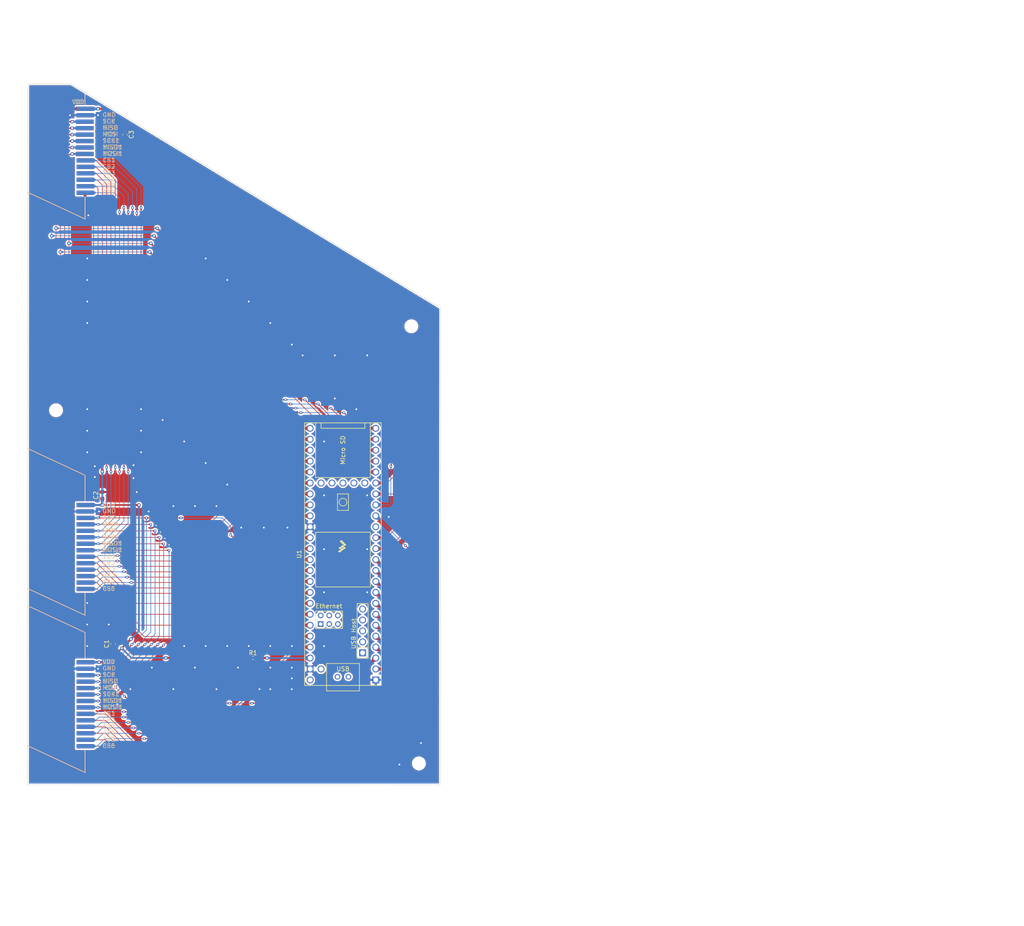
<source format=kicad_pcb>
(kicad_pcb (version 20221018) (generator pcbnew)
  (layers (0 "F.Cu" signal) (31 "B.Cu" signal) (34 "B.Paste" user) (35 "F.Paste" user) (36 "B.SilkS" user "B.Silkscreen") (37 "F.SilkS" user "F.Silkscreen") (38 "B.Mask" user) (39 "F.Mask" user) (44 "Edge.Cuts" user))
  (net 0 "")
  (net 1 "GND")
  (net 2 "VDD")
  (net 3 "SCK")
  (net 4 "MISO")
  (net 5 "MOSI")
  (net 6 "SCK1")
  (net 7 "MISO1")
  (net 8 "MOSI1")
  (net 9 "/CS1")
  (net 10 "/CS2")
  (net 11 "/CS3")
  (net 12 "/CS4")
  (net 13 "/CS5")
  (net 14 "/CS6")
  (net 15 "/CS7")
  (net 16 "/CS8")
  (net 17 "/CS9")
  (net 18 "/CS10")
  (net 19 "/CS11")
  (net 20 "/CS12")
  (net 21 "/CS13")
  (net 22 "/CS14")
  (net 23 "/CS15")
  (net 24 "/CS16")
  (net 25 "/CS17")
  (net 26 "/CS18")
  (net 27 "/CS31")
  (net 28 "/CS32")
  (net 29 "/CS33")
  (net 30 "/CS34")
  (net 31 "/CS35")
  (net 32 "/CS36")
  (net 33 "/CS30")
  (net 34 "/CS29")
  (net 35 "/CS28")
  (net 36 "/CS27")
  (net 37 "/CS26")
  (net 38 "/CS25")
  (net 39 "/CS24")
  (net 40 "/CS23")
  (net 41 "/CS22")
  (net 42 "/CS21")
  (net 63 "/CS20")
  (net 64 "/CS19")
  (net 66 "3.3V")
  (footprint "BMP581:Master_pins_bottom" (layer "F.Cu") (at 90 122)
    (fp_text reference "master_connector_input2" hide)
    (fp_text value "std_master_input")
  )
  (footprint "BMP581:Teensy41" (layer "F.Cu") (at 146.87 123.65 90)
    (fp_text reference "U1")
    (fp_text value "Teensy4.1")
  )
  (footprint "BMP581:Master_pins_top" (layer "F.Cu") (at 90 30)
    (fp_text reference "master_connector_input1" hide)
    (fp_text value "std_master_input" hide)
  )
  (footprint "BMP581:Master_pins_top" (layer "F.Cu") (at 90 158.5)
    (fp_text reference "master_connector_input5" hide)
    (fp_text value "std_master_input")
  )
  (footprint "BMP581:Master_pins_top" (layer "F.Cu") (at 90 122)
    (fp_text reference "master_connector_input3" hide)
    (fp_text value "std_master_input")
  )
  (footprint "BMP581:Master_pins_bottom" (layer "F.Cu") (at 90 30)
    (fp_text reference "master_connector_input4" hide)
    (fp_text value "std_master_input" hide)
  )
  (footprint "Capacitor_SMD:C_0603_1608Metric" (layer "F.Cu") (at 93.5 144.5 -90)
    (fp_text reference "C1")
    (fp_text value "1u")
  )
  (footprint "Capacitor_SMD:C_0603_1608Metric" (layer "F.Cu") (at 91 110 -90)
    (fp_text reference "C2")
    (fp_text value "1u")
  )
  (footprint "Capacitor_SMD:C_0603_1608Metric" (layer "F.Cu") (at 96.25 26.275 90)
    (fp_text reference "C3")
    (fp_text value "1u")
  )
  (footprint "BMP581:Master_pins_bottom" (layer "F.Cu") (at 90 158.5)
    (fp_text reference "master_connector_input6" hide)
    (fp_text value "std_master_input")
  )
  (footprint "MountingHole:MountingHole_2.2mm_M2_ISO7380" (layer "F.Cu") (at 162.75 70.75)
    (fp_text reference "REF**" hide)
    (fp_text value "MountingHole_2.2mm_M2_ISO7380")
  )
  (footprint "Resistor_SMD:R_0402_1005Metric" (layer "F.Cu") (at 125.99 147.76)
    (fp_text reference "R1")
    (fp_text value "10")
  )
  (footprint "MountingHole:MountingHole_2.2mm_M2_ISO7380" (layer "F.Cu") (at 80.25 90.25)
    (fp_text reference "REF**" hide)
    (fp_text value "MountingHole_2.2mm_M2_ISO7380")
  )
  (footprint "MountingHole:MountingHole_2.2mm_M2_ISO7380" (layer "F.Cu") (at 98.5 182.25)
    (fp_text reference "REF**" hide)
    (fp_text value "MountingHole_2.2mm_M2_ISO7380")
  )
  (footprint "MountingHole:MountingHole_2.2mm_M2_ISO7380" (layer "F.Cu") (at 164.5 172.25)
    (fp_text reference "REF**" hide)
    (fp_text value "MountingHole_2.2mm_M2_ISO7380")
  )
  (gr_line (start 87 169.2) (end 87 174.35) (stroke (width 0.15)) (layer "B.SilkS"))
  (gr_line (start 87 105.35) (end 73.71 99.15) (stroke (width 0.15)) (layer "B.SilkS"))
  (gr_line (start 87 45.85) (end 87 40.73) (stroke (width 0.15)) (layer "B.SilkS"))
  (gr_line (start 87 111.26) (end 87 105.35) (stroke (width 0.15)) (layer "B.SilkS"))
  (gr_line (start 87 174.35) (end 73.68 168.14) (stroke (width 0.15)) (layer "B.SilkS"))
  (gr_line (start 73.73 39.67) (end 87 45.85) (stroke (width 0.15)) (layer "B.SilkS"))
  (gr_line (start 87 137.85) (end 87 132.75) (stroke (width 0.15)) (layer "B.SilkS"))
  (gr_line (start 87 147.79) (end 87 141.85) (stroke (width 0.15)) (layer "B.SilkS"))
  (gr_line (start 87 19.32) (end 87 16.86) (stroke (width 0.15)) (layer "B.SilkS"))
  (gr_line (start 87 141.85) (end 73.69 135.64) (stroke (width 0.15)) (layer "B.SilkS"))
  (gr_line (start 73.69 131.64) (end 87 137.85) (stroke (width 0.15)) (layer "B.SilkS"))
  (gr_line (start 87 174.35) (end 73.68 168.14) (stroke (width 0.15)) (layer "F.SilkS"))
  (gr_line (start 87 141.85) (end 73.69 135.64) (stroke (width 0.15)) (layer "F.SilkS"))
  (gr_line (start 87 137.85) (end 73.7 131.65) (stroke (width 0.15)) (layer "F.SilkS"))
  (gr_line (start 87 174.35) (end 87 169.22) (stroke (width 0.15)) (layer "F.SilkS"))
  (gr_line (start 87 137.85) (end 87 132.75) (stroke (width 0.15)) (layer "F.SilkS"))
  (gr_line (start 87 19.31) (end 87 16.86) (stroke (width 0.15)) (layer "F.SilkS"))
  (gr_line (start 87 105.35) (end 73.71 99.15) (stroke (width 0.15)) (layer "F.SilkS"))
  (gr_line (start 87 45.85) (end 87 40.73) (stroke (width 0.15)) (layer "F.SilkS"))
  (gr_line (start 87 141.85) (end 87 147.78) (stroke (width 0.15)) (layer "F.SilkS"))
  (gr_line (start 87 105.35) (end 87 111.25) (stroke (width 0.15)) (layer "F.SilkS"))
  (gr_line (start 87 45.85) (end 73.74 39.67) (stroke (width 0.15)) (layer "F.SilkS"))
  (gr_line (start 169.415 177.21) (end 169.5 66.5) (stroke (width 0.1)) (layer "Edge.Cuts"))
  (gr_line (start 73.75 14.5) (end 73.675 177.2) (stroke (width 0.1)) (layer "Edge.Cuts"))
  (gr_line (start 73.675 177.2) (end 169.415 177.21) (stroke (width 0.1)) (layer "Edge.Cuts"))
  (gr_line (start 83.75 14.5) (end 169.5 66.5) (stroke (width 0.1)) (layer "Edge.Cuts"))
  (gr_line (start 73.75 14.5) (end 83.75 14.5) (stroke (width 0.1)) (layer "Edge.Cuts"))
  (segment (start 87 21.75) (end 90 21.75) (width 0.5) (layer "F.Cu") (net 1))
  (segment (start 98.975 109.225) (end 91 109.225) (width 0.25) (layer "F.Cu") (net 1))
  (segment (start 87 113.75) (end 83.5 113.75) (width 0.5) (layer "F.Cu") (net 1))
  (segment (start 87 113.75) (end 90.25 113.75) (width 0.5) (layer "F.Cu") (net 1))
  (segment (start 99 109.25) (end 98.975 109.225) (width 0.25) (layer "F.Cu") (net 1))
  (segment (start 96.25 27.05) (end 96.25 28.25) (width 0.25) (layer "F.Cu") (net 1))
  (segment (start 87 150.25) (end 90 150.25) (width 0.5) (layer "F.Cu") (net 1))
  (segment (start 87 150.25) (end 83.5 150.25) (width 0.5) (layer "F.Cu") (net 1))
  (segment (start 90.25 113.75) (end 101.75 113.75) (width 0.25) (layer "F.Cu") (net 1))
  (segment (start 87 21.75) (end 83.5 21.75) (width 0.5) (layer "F.Cu") (net 1))
  (via (at 142.49 132.51) (size 0.8) (drill 0.4) (layers "F.Cu" "B.Cu") (net 1))
  (via (at 87.5 65) (size 0.8) (drill 0.4) (layers "F.Cu" "B.Cu") (net 1))
  (via (at 144.99 87.51) (size 0.8) (drill 0.4) (layers "F.Cu" "B.Cu") (net 1))
  (via (at 159.99 172.51) (size 0.8) (drill 0.4) (layers "F.Cu" "B.Cu") (net 1))
  (via (at 152.49 122.51) (size 0.8) (drill 0.4) (layers "F.Cu" "B.Cu") (net 1))
  (via (at 135 145) (size 0.8) (drill 0.4) (layers "F.Cu" "B.Cu") (net 1))
  (via (at 127.5 155) (size 0.8) (drill 0.4) (layers "F.Cu" "B.Cu") (net 1))
  (via (at 128.5 117.5) (size 0.8) (drill 0.4) (layers "F.Cu" "B.Cu") (net 1))
  (via (at 100 100) (size 0.8) (drill 0.4) (layers "F.Cu" "B.Cu") (net 1))
  (via (at 105 92.5) (size 0.8) (drill 0.4) (layers "F.Cu" "B.Cu") (net 1))
  (via (at 129.99 155.01) (size 0.8) (drill 0.4) (layers "F.Cu" "B.Cu") (net 1))
  (via (at 105.5 120) (size 0.6) (drill 0.3) (layers "F.Cu" "B.Cu") (net 1))
  (via (at 123.25 117.5) (size 0.8) (drill 0.4) (layers "F.Cu" "B.Cu") (net 1))
  (via (at 87.75 45) (size 0.8) (drill 0.4) (layers "F.Cu" "B.Cu") (net 1))
  (via (at 115 145) (size 0.8) (drill 0.4) (layers "F.Cu" "B.Cu") (net 1))
  (via (at 117.5 155) (size 0.8) (drill 0.4) (layers "F.Cu" "B.Cu") (net 1))
  (via (at 144.99 77.51) (size 0.8) (drill 0.4) (layers "F.Cu" "B.Cu") (net 1))
  (via (at 120 60) (size 0.8) (drill 0.4) (layers "F.Cu" "B.Cu") (net 1))
  (via (at 110 145) (size 0.8) (drill 0.4) (layers "F.Cu" "B.Cu") (net 1))
  (via (at 115 55) (size 0.8) (drill 0.4) (layers "F.Cu" "B.Cu") (net 1))
  (via (at 87.5 70) (size 0.8) (drill 0.4) (layers "F.Cu" "B.Cu") (net 1))
  (via (at 87.5 55) (size 0.8) (drill 0.4) (layers "F.Cu" "B.Cu") (net 1))
  (via (at 112.5 112.5) (size 0.8) (drill 0.4) (layers "F.Cu" "B.Cu") (net 1))
  (via (at 122.5 150) (size 0.8) (drill 0.4) (layers "F.Cu" "B.Cu") (net 1))
  (via (at 152.49 132.51) (size 0.8) (drill 0.4) (layers "F.Cu" "B.Cu") (net 1))
  (via (at 98.25 103) (size 0.8) (drill 0.4) (layers "F.Cu" "B.Cu") (net 1))
  (via (at 87.5 140) (size 0.8) (drill 0.4) (layers "F.Cu" "B.Cu") (net 1))
  (via (at 87.5 60) (size 0.8) (drill 0.4) (layers "F.Cu" "B.Cu") (net 1))
  (via (at 142.49 97.51) (size 0.8) (drill 0.4) (layers "F.Cu" "B.Cu") (net 1))
  (via (at 164.99 167.51) (size 0.8) (drill 0.4) (layers "F.Cu" "B.Cu") (net 1))
  (via (at 120 107.5) (size 0.8) (drill 0.4) (layers "F.Cu" "B.Cu") (net 1))
  (via (at 135 152.5) (size 0.8) (drill 0.4) (layers "F.Cu" "B.Cu") (net 1))
  (via (at 90 21.75) (size 0.8) (drill 0.4) (layers "F.Cu" "B.Cu") (net 1))
  (via (at 120 145) (size 0.8) (drill 0.4) (layers "F.Cu" "B.Cu") (net 1))
  (via (at 100 90) (size 0.8) (drill 0.4) (layers "F.Cu" "B.Cu") (net 1))
  (via (at 134.99 150.01) (size 0.8) (drill 0.4) (layers "F.Cu" "B.Cu") (net 1))
  (via (at 142.49 110.01) (size 0.8) (drill 0.4) (layers "F.Cu" "B.Cu") (net 1))
  (via (at 142.49 145.01) (size 0.8) (drill 0.4) (layers "F.Cu" "B.Cu") (net 1))
  (via (at 115 102.5) (size 0.8) (drill 0.4) (layers "F.Cu" "B.Cu") (net 1))
  (via (at 87.5 145) (size 0.8) (drill 0.4) (layers "F.Cu" "B.Cu") (net 1))
  (via (at 130 150) (size 0.8) (drill 0.4) (layers "F.Cu" "B.Cu") (net 1))
  (via (at 90.25 113.75) (size 0.8) (drill 0.4) (layers "F.Cu" "B.Cu") (net 1))
  (via (at 134.99 155.01) (size 0.8) (drill 0.4) (layers "F.Cu" "B.Cu") (net 1))
  (via (at 94.5 158.5) (size 0.8) (drill 0.4) (layers "F.Cu" "B.Cu") (net 1))
  (via (at 90 150.25) (size 0.8) (drill 0.4) (layers "F.Cu" "B.Cu") (net 1))
  (via (at 107.5 155) (size 0.8) (drill 0.4) (layers "F.Cu" "B.Cu") (net 1))
  (via (at 137.49 77.51) (size 0.8) (drill 0.4) (layers "F.Cu" "B.Cu") (net 1))
  (via (at 112.5 150) (size 0.8) (drill 0.4) (layers "F.Cu" "B.Cu") (net 1))
  (via (at 152.49 77.51) (size 0.8) (drill 0.4) (layers "F.Cu" "B.Cu") (net 1))
  (via (at 87.5 90) (size 0.8) (drill 0.4) (layers "F.Cu" "B.Cu") (net 1))
  (via (at 157.49 115.01) (size 0.8) (drill 0.4) (layers "F.Cu" "B.Cu") (net 1))
  (via (at 98.25 106) (size 0.8) (drill 0.4) (layers "F.Cu" "B.Cu") (net 1))
  (via (at 83.5 21.75) (size 0.8) (drill 0.4) (layers "F.Cu" "B.Cu") (net 1))
  (via (at 135 75) (size 0.8) (drill 0.4) (layers "F.Cu" "B.Cu") (net 1))
  (via (at 110 97.5) (size 0.8) (drill 0.4) (layers "F.Cu" "B.Cu") (net 1))
  (via (at 100 95) (size 0.8) (drill 0.4) (layers "F.Cu" "B.Cu") (net 1))
  (via (at 89.25 103.25) (size 0.8) (drill 0.4) (layers "F.Cu" "B.Cu") (net 1))
  (via (at 89.25 105.75) (size 0.8) (drill 0.4) (layers "F.Cu" "B.Cu") (net 1))
  (via (at 87.5 135) (size 0.8) (drill 0.4) (layers "F.Cu" "B.Cu") (net 1))
  (via (at 99 109.25) (size 0.8) (drill 0.4) (layers "F.Cu" "B.Cu") (net 1))
  (via (at 125 145) (size 0.8) (drill 0.4) (layers "F.Cu" "B.Cu") (net 1))
  (via (at 125 65) (size 0.8) (drill 0.4) (layers "F.Cu" "B.Cu") (net 1))
  (via (at 134 117.5) (size 0.8) (drill 0.4) (layers "F.Cu" "B.Cu") (net 1))
  (via (at 130 145) (size 0.8) (drill 0.4) (layers "F.Cu" "B.Cu") (net 1))
  (via (at 152.49 110.01) (size 0.8) (drill 0.4) (layers "F.Cu" "B.Cu") (net 1))
  (via (at 103.5 117) (size 0.6) (drill 0.3) (layers "F.Cu" "B.Cu") (net 1))
  (via (at 97.5 155) (size 0.8) (drill 0.4) (layers "F.Cu" "B.Cu") (net 1))
  (via (at 87.5 95) (size 0.8) (drill 0.4) (layers "F.Cu" "B.Cu") (net 1))
  (via (at 107.5 112.5) (size 0.8) (drill 0.4) (layers "F.Cu" "B.Cu") (net 1))
  (via (at 92.5 140) (size 0.8) (drill 0.4) (layers "F.Cu" "B.Cu") (net 1))
  (via (at 106.5 121.5) (size 0.6) (drill 0.3) (layers "F.Cu" "B.Cu") (net 1))
  (via (at 149.99 90.01) (size 0.8) (drill 0.4) (layers "F.Cu" "B.Cu") (net 1))
  (via (at 117.5 112.5) (size 0.8) (drill 0.4) (layers "F.Cu" "B.Cu") (net 1))
  (via (at 102.5 150) (size 0.8) (drill 0.4) (layers "F.Cu" "B.Cu") (net 1))
  (via (at 101.75 113.75) (size 0.8) (drill 0.4) (layers "F.Cu" "B.Cu") (net 1))
  (via (at 87.5 100) (size 0.8) (drill 0.4) (layers "F.Cu" "B.Cu") (net 1))
  (via (at 142.49 122.51) (size 0.8) (drill 0.4) (layers "F.Cu" "B.Cu") (net 1))
  (via (at 104.5 118.5) (size 0.6) (drill 0.3) (layers "F.Cu" "B.Cu") (net 1))
  (via (at 130 70) (size 0.8) (drill 0.4) (layers "F.Cu" "B.Cu") (net 1))
  (segment (start 87 21.75) (end 83.5 21.75) (width 0.5) (layer "B.Cu") (net 1))
  (segment (start 90 150.25) (end 87 150.25) (width 0.5) (layer "B.Cu") (net 1))
  (segment (start 87 150.25) (end 83.5 150.25) (width 0.5) (layer "B.Cu") (net 1))
  (segment (start 90.25 113.75) (end 87 113.75) (width 0.5) (layer "B.Cu") (net 1))
  (segment (start 90 21.75) (end 87 21.75) (width 0.5) (layer "B.Cu") (net 1))
  (segment (start 87 113.75) (end 83.5 113.75) (width 0.5) (layer "B.Cu") (net 1))
  (segment (start 92.5 24) (end 94 25.5) (width 0.4) (layer "F.Cu") (net 2))
  (segment (start 90.25 148.75) (end 92.25 148.75) (width 0.4) (layer "F.Cu") (net 2))
  (segment (start 87 20.25) (end 90 20.25) (width 0.4) (layer "F.Cu") (net 2))
  (segment (start 87 148.75) (end 90.25 148.75) (width 0.4) (layer "F.Cu") (net 2))
  (segment (start 94 25.5) (end 96.25 25.5) (width 0.4) (layer "F.Cu") (net 2))
  (segment (start 92.25 148.75) (end 94.375 146.625) (width 0.4) (layer "F.Cu") (net 2))
  (segment (start 91 89) (end 77 75) (width 0.4) (layer "F.Cu") (net 2))
  (segment (start 93.5 145.75) (end 94.375 146.625) (width 0.4) (layer "F.Cu") (net 2))
  (segment (start 79.75 20.25) (end 87 20.25) (width 0.4) (layer "F.Cu") (net 2))
  (segment (start 91 112.25) (end 87 112.25) (width 0.4) (layer "F.Cu") (net 2))
  (segment (start 92.5 21.75) (end 92.5 24) (width 0.4) (layer "F.Cu") (net 2))
  (segment (start 77 75) (end 77 23) (width 0.4) (layer "F.Cu") (net 2))
  (segment (start 77 23) (end 79.75 20.25) (width 0.4) (layer "F.Cu") (net 2))
  (segment (start 99.5 112.25) (end 91 112.25) (width 0.4) (layer "F.Cu") (net 2))
  (segment (start 105.75 147.76) (end 125.48 147.76) (width 0.4) (layer "F.Cu") (net 2))
  (segment (start 91 112.25) (end 91 110.775) (width 0.4) (layer "F.Cu") (net 2))
  (segment (start 91 20.25) (end 92.5 21.75) (width 0.4) (layer "F.Cu") (net 2))
  (segment (start 90 20.25) (end 91 20.25) (width 0.4) (layer "F.Cu") (net 2))
  (segment (start 94.375 146.625) (end 97.625 143.375) (width 0.4) (layer "F.Cu") (net 2))
  (segment (start 91 104.5) (end 91 89) (width 0.4) (layer "F.Cu") (net 2))
  (segment (start 93.5 145.275) (end 93.5 145.75) (width 0.4) (layer "F.Cu") (net 2))
  (via (at 99.5 112.25) (size 0.8) (drill 0.4) (layers "F.Cu" "B.Cu") (net 2))
  (via (at 90 20.25) (size 0.8) (drill 0.4) (layers "F.Cu" "B.Cu") (net 2))
  (via (at 97.625 143.375) (size 0.8) (drill 0.4) (layers "F.Cu" "B.Cu") (net 2))
  (via (at 90.25 148.75) (size 0.8) (drill 0.4) (layers "F.Cu" "B.Cu") (net 2))
  (via (at 91 112.25) (size 0.8) (drill 0.4) (layers "F.Cu" "B.Cu") (net 2))
  (via (at 95.5 145.5) (size 0.8) (drill 0.4) (layers "F.Cu" "B.Cu") (net 2))
  (via (at 105.75 147.76) (size 0.8) (drill 0.4) (layers "F.Cu" "B.Cu") (net 2))
  (via (at 91 104.5) (size 0.8) (drill 0.4) (layers "F.Cu" "B.Cu") (net 2))
  (segment (start 91 112.25) (end 87 112.25) (width 0.4) (layer "B.Cu") (net 2))
  (segment (start 105.75 147.76) (end 105.74 147.75) (width 0.4) (layer "B.Cu") (net 2))
  (segment (start 97.625 143.375) (end 99.5 141.5) (width 0.4) (layer "B.Cu") (net 2))
  (segment (start 105.74 147.75) (end 97.75 147.75) (width 0.4) (layer "B.Cu") (net 2))
  (segment (start 91 112.25) (end 91 104.5) (width 0.4) (layer "B.Cu") (net 2))
  (segment (start 87 20.25) (end 90 20.25) (width 0.4) (layer "B.Cu") (net 2))
  (segment (start 99.5 141.5) (end 99.5 112.25) (width 0.4) (layer "B.Cu") (net 2))
  (segment (start 87 148.75) (end 90.25 148.75) (width 0.4) (layer "B.Cu") (net 2))
  (segment (start 97.75 147.75) (end 95.5 145.5) (width 0.4) (layer "B.Cu") (net 2))
  (segment (start 109.25 115.25) (end 101.25 115.25) (width 0.15) (layer "F.Cu") (net 3))
  (segment (start 90 151.75) (end 87 151.75) (width 0.15) (layer "F.Cu") (net 3))
  (segment (start 90.75 151.75) (end 90 151.75) (width 0.15) (layer "F.Cu") (net 3))
  (segment (start 92 103.5) (end 92 88.375) (width 0.15) (layer "F.Cu") (net 3))
  (segment (start 139.25 119.84) (end 121.44 119.84) (width 0.15) (layer "F.Cu") (net 3))
  (segment (start 90 115.25) (end 87 115.25) (width 0.15) (layer "F.Cu") (net 3))
  (segment (start 78.25 25.5) (end 80.5 23.25) (width 0.15) (layer "F.Cu") (net 3))
  (segment (start 80.5 23.25) (end 84 23.25) (width 0.15) (layer "F.Cu") (net 3))
  (segment (start 101.25 115.25) (end 90 115.25) (width 0.15) (layer "F.Cu") (net 3))
  (segment (start 84 23.25) (end 87 23.25) (width 0.15) (layer "F.Cu") (net 3))
  (segment (start 78.25 74.625) (end 78.25 25.5) (width 0.15) (layer "F.Cu") (net 3))
  (segment (start 92 88.375) (end 78.25 74.625) (width 0.15) (layer "F.Cu") (net 3))
  (segment (start 121.44 119.84) (end 120.8 119.2) (width 0.15) (layer "F.Cu") (net 3))
  (segment (start 97.875 144.625) (end 90.75 151.75) (width 0.15) (layer "F.Cu") (net 3))
  (via (at 109.25 115.25) (size 0.6) (drill 0.3) (layers "F.Cu" "B.Cu") (net 3))
  (via (at 101.25 115.25) (size 0.6) (drill 0.3) (layers "F.Cu" "B.Cu") (net 3))
  (via (at 92 103.5) (size 0.6) (drill 0.3) (layers "F.Cu" "B.Cu") (net 3))
  (via (at 90 151.75) (size 0.6) (drill 0.3) (layers "F.Cu" "B.Cu") (net 3))
  (via (at 90 115.25) (size 0.6) (drill 0.3) (layers "F.Cu" "B.Cu") (net 3))
  (via (at 84 23.25) (size 0.8) (drill 0.4) (layers "F.Cu" "B.Cu") (net 3))
  (via (at 120.8 119.2) (size 0.6) (drill 0.3) (layers "F.Cu" "B.Cu") (net 3))
  (via (at 97.875 144.625) (size 0.6) (drill 0.3) (layers "F.Cu" "B.Cu") (net 3))
  (segment (start 90 115.25) (end 87 115.25) (width 0.15) (layer "B.Cu") (net 3))
  (segment (start 118.85 115.25) (end 120.8 117.2) (width 0.15) (layer "B.Cu") (net 3))
  (segment (start 90 115.25) (end 92 113.25) (width 0.15) (layer "B.Cu") (net 3))
  (segment (start 90 151.75) (end 87 151.75) (width 0.15) (layer "B.Cu") (net 3))
  (segment (start 92 113.25) (end 92 103.5) (width 0.15) (layer "B.Cu") (net 3))
  (segment (start 109.25 115.25) (end 118.85 115.25) (width 0.15) (layer "B.Cu") (net 3))
  (segment (start 120.8 117.2) (end 120.8 119.2) (width 0.15) (layer "B.Cu") (net 3))
  (segment (start 97.875 144.625) (end 101.25 141.25) (width 0.15) (layer "B.Cu") (net 3))
  (segment (start 101.25 141.25) (end 101.25 115.25) (width 0.15) (layer "B.Cu") (net 3))
  (segment (start 87 23.25) (end 84 23.25) (width 0.15) (layer "B.Cu") (net 3))
  (segment (start 157.06 119.84) (end 154.49 119.84) (width 0.15) (layer "F.Cu") (net 4))
  (segment (start 79.25 73.875) (end 79.25 26.5) (width 0.15) (layer "F.Cu") (net 4))
  (segment (start 153.48 82.5) (end 161.74 90.76) (width 0.15) (layer "F.Cu") (net 4))
  (segment (start 90.75 153.25) (end 90 153.25) (width 0.15) (layer "F.Cu") (net 4))
  (segment (start 103 49.75) (end 135.75 82.5) (width 0.15) (layer "F.Cu") (net 4))
  (segment (start 84 24.75) (end 87 24.75) (width 0.15) (layer "F.Cu") (net 4))
  (segment (start 93 87.625) (end 79.25 73.875) (width 0.15) (layer "F.Cu") (net 4))
  (segment (start 161.74 90.76) (end 161.74 115.16) (width 0.15) (layer "F.Cu") (net 4))
  (segment (start 81 24.75) (end 84 24.75) (width 0.15) (layer "F.Cu") (net 4))
  (segment (start 93 104.5) (end 93 87.625) (width 0.15) (layer "F.Cu") (net 4))
  (segment (start 135.75 82.5) (end 153.48 82.5) (width 0.15) (layer "F.Cu") (net 4))
  (segment (start 102.25 116.75) (end 90 116.75) (width 0.15) (layer "F.Cu") (net 4))
  (segment (start 90 116.75) (end 87 116.75) (width 0.15) (layer "F.Cu") (net 4))
  (segment (start 161.74 115.16) (end 157.06 119.84) (width 0.15) (layer "F.Cu") (net 4))
  (segment (start 90 153.25) (end 87 153.25) (width 0.15) (layer "F.Cu") (net 4))
  (segment (start 99.375 144.625) (end 90.75 153.25) (width 0.15) (layer "F.Cu") (net 4))
  (segment (start 79.25 26.5) (end 81 24.75) (width 0.15) (layer "F.Cu") (net 4))
  (via (at 93 104.5) (size 0.6) (drill 0.3) (layers "F.Cu" "B.Cu") (net 4))
  (via (at 102.25 116.75) (size 0.6) (drill 0.3) (layers "F.Cu" "B.Cu") (net 4))
  (via (at 90 116.75) (size 0.6) (drill 0.3) (layers "F.Cu" "B.Cu") (net 4))
  (via (at 90 153.25) (size 0.6) (drill 0.3) (layers "F.Cu" "B.Cu") (net 4))
  (via (at 103 49.75) (size 0.8) (drill 0.4) (layers "F.Cu" "B.Cu") (net 4))
  (via (at 99.375 144.625) (size 0.6) (drill 0.3) (layers "F.Cu" "B.Cu") (net 4))
  (via (at 84 24.75) (size 0.8) (drill 0.4) (layers "F.Cu" "B.Cu") (net 4))
  (via (at 79.25 49.75) (size 0.8) (drill 0.4) (layers "F.Cu" "B.Cu") (net 4))
  (segment (start 90 116.75) (end 90.75 116.75) (width 0.15) (layer "B.Cu") (net 4))
  (segment (start 90.75 116.75) (end 93 114.5) (width 0.15) (layer "B.Cu") (net 4))
  (segment (start 103 49.75) (end 79.25 49.75) (width 0.15) (layer "B.Cu") (net 4))
  (segment (start 93 114.5) (end 93 104.5) (width 0.15) (layer "B.Cu") (net 4))
  (segment (start 99.375 144.625) (end 102.25 141.75) (width 0.15) (layer "B.Cu") (net 4))
  (segment (start 102.25 141.75) (end 102.25 116.75) (width 0.15) (layer "B.Cu") (net 4))
  (segment (start 90 116.75) (end 87 116.75) (width 0.15) (layer "B.Cu") (net 4))
  (segment (start 90 153.25) (end 87 153.25) (width 0.15) (layer "B.Cu") (net 4))
  (segment (start 87 24.75) (end 84 24.75) (width 0.15) (layer "B.Cu") (net 4))
  (segment (start 103.25 118.25) (end 90 118.25) (width 0.15) (layer "F.Cu") (net 5))
  (segment (start 103.75 48) (end 137 81.25) (width 0.15) (layer "F.Cu") (net 5))
  (segment (start 137 81.25) (end 154.23 81.25) (width 0.15) (layer "F.Cu") (net 5))
  (segment (start 82 26.25) (end 84 26.25) (width 0.15) (layer "F.Cu") (net 5))
  (segment (start 90 154.75) (end 87 154.75) (width 0.15) (layer "F.Cu") (net 5))
  (segment (start 162.99 116.76) (end 157.37 122.38) (width 0.15) (layer "F.Cu") (net 5))
  (segment (start 162.99 90.01) (end 162.99 116.76) (width 0.15) (layer "F.Cu") (net 5))
  (segment (start 80.25 28) (end 82 26.25) (width 0.15) (layer "F.Cu") (net 5))
  (segment (start 94 86.75) (end 80.25 73) (width 0.15) (layer "F.Cu") (net 5))
  (segment (start 157.37 122.38) (end 154.49 122.38) (width 0.15) (layer "F.Cu") (net 5))
  (segment (start 90 118.25) (end 87 118.25) (width 0.15) (layer "F.Cu") (net 5))
  (segment (start 90.75 154.75) (end 90 154.75) (width 0.15) (layer "F.Cu") (net 5))
  (segment (start 154.23 81.25) (end 162.99 90.01) (width 0.15) (layer "F.Cu") (net 5))
  (segment (start 94 103.5) (end 94 86.75) (width 0.15) (layer "F.Cu") (net 5))
  (segment (start 80.25 73) (end 80.25 28) (width 0.15) (layer "F.Cu") (net 5))
  (segment (start 84 26.25) (end 87 26.25) (width 0.15) (layer "F.Cu") (net 5))
  (segment (start 100.875 144.625) (end 90.75 154.75) (width 0.15) (layer "F.Cu") (net 5))
  (via (at 103.75 48) (size 0.8) (drill 0.4) (layers "F.Cu" "B.Cu") (net 5))
  (via (at 90 154.75) (size 0.6) (drill 0.3) (layers "F.Cu" "B.Cu") (net 5))
  (via (at 84 26.25) (size 0.8) (drill 0.4) (layers "F.Cu" "B.Cu") (net 5))
  (via (at 103.25 118.25) (size 0.6) (drill 0.3) (layers "F.Cu" "B.Cu") (net 5))
  (via (at 94 103.5) (size 0.6) (drill 0.3) (layers "F.Cu" "B.Cu") (net 5))
  (via (at 90 118.25) (size 0.6) (drill 0.3) (layers "F.Cu" "B.Cu") (net 5))
  (via (at 80.25 48) (size 0.8) (drill 0.4) (layers "F.Cu" "B.Cu") (net 5))
  (via (at 100.875 144.625) (size 0.6) (drill 0.3) (layers "F.Cu" "B.Cu") (net 5))
  (segment (start 103.75 48) (end 80.25 48) (width 0.15) (layer "B.Cu") (net 5))
  (segment (start 94 115) (end 94 103.5) (width 0.15) (layer "B.Cu") (net 5))
  (segment (start 90 118.25) (end 90.75 118.25) (width 0.15) (layer "B.Cu") (net 5))
  (segment (start 90 118.25) (end 87 118.25) (width 0.15) (layer "B.Cu") (net 5))
  (segment (start 100.875 144.625) (end 103.25 142.25) (width 0.15) (layer "B.Cu") (net 5))
  (segment (start 103.25 142.25) (end 103.25 118.25) (width 0.15) (layer "B.Cu") (net 5))
  (segment (start 87 26.25) (end 84 26.25) (width 0.15) (layer "B.Cu") (net 5))
  (segment (start 90 154.75) (end 87 154.75) (width 0.15) (layer "B.Cu") (net 5))
  (segment (start 90.75 118.25) (end 94 115) (width 0.15) (layer "B.Cu") (net 5))
  (segment (start 95 104.5) (end 95 86.25) (width 0.15) (layer "F.Cu") (net 6))
  (segment (start 90 119.75) (end 87 119.75) (width 0.15) (layer "F.Cu") (net 6))
  (segment (start 84 27.75) (end 87 27.75) (width 0.15) (layer "F.Cu") (net 6))
  (segment (start 104.25 119.75) (end 90 119.75) (width 0.15) (layer "F.Cu") (net 6))
  (segment (start 102.375 144.625) (end 90.75 156.25) (width 0.15) (layer "F.Cu") (net 6))
  (segment (start 152.09 84.81) (end 159.24 91.96) (width 0.15) (layer "F.Cu") (net 6))
  (segment (start 90 156.25) (end 87 156.25) (width 0.15) (layer "F.Cu") (net 6))
  (segment (start 157.11 107.14) (end 154.49 107.14) (width 0.15) (layer "F.Cu") (net 6))
  (segment (start 159.24 91.96) (end 159.24 105.01) (width 0.15) (layer "F.Cu") (net 6))
  (segment (start 81.25 72.5) (end 81.25 29) (width 0.15) (layer "F.Cu") (net 6))
  (segment (start 133.31 84.81) (end 152.09 84.81) (width 0.15) (layer "F.Cu") (net 6))
  (segment (start 102 53.5) (end 133.31 84.81) (width 0.15) (layer "F.Cu") (net 6))
  (segment (start 90.75 156.25) (end 90 156.25) (width 0.15) (layer "F.Cu") (net 6))
  (segment (start 159.24 105.01) (end 157.11 107.14) (width 0.15) (layer "F.Cu") (net 6))
  (segment (start 81.25 29) (end 82.5 27.75) (width 0.15) (layer "F.Cu") (net 6))
  (segment (start 95 86.25) (end 81.25 72.5) (width 0.15) (layer "F.Cu") (net 6))
  (segment (start 82.5 27.75) (end 84 27.75) (width 0.15) (layer "F.Cu") (net 6))
  (via (at 95 104.5) (size 0.6) (drill 0.3) (layers "F.Cu" "B.Cu") (net 6))
  (via (at 84 27.75) (size 0.8) (drill 0.4) (layers "F.Cu" "B.Cu") (net 6))
  (via (at 104.25 119.75) (size 0.6) (drill 0.3) (layers "F.Cu" "B.Cu") (net 6))
  (via (at 102 53.5) (size 0.8) (drill 0.4) (layers "F.Cu" "B.Cu") (net 6))
  (via (at 90 119.75) (size 0.6) (drill 0.3) (layers "F.Cu" "B.Cu") (net 6))
  (via (at 81.25 53.5) (size 0.8) (drill 0.4) (layers "F.Cu" "B.Cu") (net 6))
  (via (at 90 156.25) (size 0.6) (drill 0.3) (layers "F.Cu" "B.Cu") (net 6))
  (via (at 102.375 144.625) (size 0.6) (drill 0.3) (layers "F.Cu" "B.Cu") (net 6))
  (segment (start 90 156.25) (end 87 156.25) (width 0.15) (layer "B.Cu") (net 6))
  (segment (start 95 115.5) (end 95 104.5) (width 0.15) (layer "B.Cu") (net 6))
  (segment (start 87 27.75) (end 84 27.75) (width 0.15) (layer "B.Cu") (net 6))
  (segment (start 102 53.5) (end 81.25 53.5) (width 0.15) (layer "B.Cu") (net 6))
  (segment (start 104.25 142.75) (end 104.25 119.75) (width 0.15) (layer "B.Cu") (net 6))
  (segment (start 90 119.75) (end 90.75 119.75) (width 0.15) (layer "B.Cu") (net 6))
  (segment (start 90 119.75) (end 87 119.75) (width 0.15) (layer "B.Cu") (net 6))
  (segment (start 90.75 119.75) (end 95 115.5) (width 0.15) (layer "B.Cu") (net 6))
  (segment (start 102.375 144.625) (end 104.25 142.75) (width 0.15) (layer "B.Cu") (net 6))
  (segment (start 125.75 158.26) (end 150.49 158.26) (width 0.15) (layer "F.Cu") (net 7))
  (segment (start 90 121.25) (end 87 121.25) (width 0.15) (layer "F.Cu") (net 7))
  (segment (start 151.74 157.01) (end 151.74 150.53) (width 0.15) (layer "F.Cu") (net 7))
  (segment (start 105.25 121.25) (end 90 121.25) (width 0.15) (layer "F.Cu") (net 7))
  (segment (start 151.74 150.53) (end 154.49 147.78) (width 0.15) (layer "F.Cu") (net 7))
  (segment (start 96 85.5) (end 82.25 71.75) (width 0.15) (layer "F.Cu") (net 7))
  (segment (start 150.49 158.26) (end 151.74 157.01) (width 0.15) (layer "F.Cu") (net 7))
  (segment (start 90.75 157.75) (end 90 157.75) (width 0.15) (layer "F.Cu") (net 7))
  (segment (start 82.25 71.75) (end 82.25 29.75) (width 0.15) (layer "F.Cu") (net 7))
  (segment (start 90 157.75) (end 87 157.75) (width 0.15) (layer "F.Cu") (net 7))
  (segment (start 120.5 158.25) (end 97.75 158.25) (width 0.15) (layer "F.Cu") (net 7))
  (segment (start 82.25 29.75) (end 82.75 29.25) (width 0.15) (layer "F.Cu") (net 7))
  (segment (start 97.75 158.25) (end 96.125 156.625) (width 0.15) (layer "F.Cu") (net 7))
  (segment (start 84 29.25) (end 87 29.25) (width 0.15) (layer "F.Cu") (net 7))
  (segment (start 103.875 144.625) (end 90.75 157.75) (width 0.15) (layer "F.Cu") (net 7))
  (segment (start 82.75 29.25) (end 84 29.25) (width 0.15) (layer "F.Cu") (net 7))
  (segment (start 96 103.5) (end 96 85.5) (width 0.15) (layer "F.Cu") (net 7))
  (via (at 105.25 121.25) (size 0.6) (drill 0.3) (layers "F.Cu" "B.Cu") (net 7))
  (via (at 84 29.25) (size 0.8) (drill 0.4) (layers "F.Cu" "B.Cu") (net 7))
  (via (at 94 154.5) (size 0.6) (drill 0.3) (layers "F.Cu" "B.Cu") (net 7))
  (via (at 103.875 144.625) (size 0.6) (drill 0.3) (layers "F.Cu" "B.Cu") (net 7))
  (via (at 90 157.75) (size 0.6) (drill 0.3) (layers "F.Cu" "B.Cu") (net 7))
  (via (at 90 121.25) (size 0.6) (drill 0.3) (layers "F.Cu" "B.Cu") (net 7))
  (via (at 125.75 158.26) (size 0.6) (drill 0.3) (layers "F.Cu" "B.Cu") (net 7))
  (via (at 120.5 158.25) (size 0.6) (drill 0.3) (layers "F.Cu" "B.Cu") (net 7))
  (via (at 96.125 156.625) (size 0.6) (drill 0.3) (layers "F.Cu" "B.Cu") (net 7))
  (via (at 96 103.5) (size 0.6) (drill 0.3) (layers "F.Cu" "B.Cu") (net 7))
  (segment (start 90 157.75) (end 87 157.75) (width 0.15) (layer "B.Cu") (net 7))
  (segment (start 90 121.25) (end 90.75 121.25) (width 0.15) (layer "B.Cu") (net 7))
  (segment (start 87 29.25) (end 84 29.25) (width 0.15) (layer "B.Cu") (net 7))
  (segment (start 103.875 144.625) (end 105.25 143.25) (width 0.15) (layer "B.Cu") (net 7))
  (segment (start 96 116) (end 96 103.5) (width 0.15) (layer "B.Cu") (net 7))
  (segment (start 90 121.25) (end 87 121.25) (width 0.15) (layer "B.Cu") (net 7))
  (segment (start 90.75 121.25) (end 96 116) (width 0.15) (layer "B.Cu") (net 7))
  (segment (start 125.75 158.26) (end 120.51 158.26) (width 0.15) (layer "B.Cu") (net 7))
  (segment (start 105.25 143.25) (end 105.25 121.25) (width 0.15) (layer "B.Cu") (net 7))
  (segment (start 96.125 156.625) (end 94 154.5) (width 0.15) (layer "B.Cu") (net 7))
  (segment (start 120.51 158.26) (end 120.5 158.25) (width 0.15) (layer "B.Cu") (net 7))
  (segment (start 84 30.75) (end 87 30.75) (width 0.15) (layer "F.Cu") (net 8))
  (segment (start 90.75 159.25) (end 90 159.25) (width 0.15) (layer "F.Cu") (net 8))
  (segment (start 106.5 122.75) (end 90 122.75) (width 0.15) (layer "F.Cu") (net 8))
  (segment (start 105.25 144.75) (end 90.75 159.25) (width 0.15) (layer "F.Cu") (net 8))
  (segment (start 152.915 83.81) (end 134.56 83.81) (width 0.15) (layer "F.Cu") (net 8))
  (segment (start 90 159.25) (end 87 159.25) (width 0.15) (layer "F.Cu") (net 8))
  (segment (start 83.25 71) (end 97 84.75) (width 0.15) (layer "F.Cu") (net 8))
  (segment (start 97 84.75) (end 97 104.5) (width 0.15) (layer "F.Cu") (net 8))
  (segment (start 160.49 108.01) (end 160.49 91.385) (width 0.15) (layer "F.Cu") (net 8))
  (segment (start 134.56 83.81) (end 102.25 51.5) (width 0.15) (layer "F.Cu") (net 8))
  (segment (start 90 122.75) (end 87 122.75) (width 0.15) (layer "F.Cu") (net 8))
  (segment (start 154.49 109.68) (end 158.82 109.68) (width 0.15) (layer "F.Cu") (net 8))
  (segment (start 83.25 31) (end 83.25 71) (width 0.15) (layer "F.Cu") (net 8))
  (segment (start 83.5 30.75) (end 83.25 31) (width 0.15) (layer "F.Cu") (net 8))
  (segment (start 160.49 91.385) (end 152.915 83.81) (width 0.15) (layer "F.Cu") (net 8))
  (segment (start 84 30.75) (end 83.5 30.75) (width 0.15) (layer "F.Cu") (net 8))
  (segment (start 158.82 109.68) (end 160.49 108.01) (width 0.15) (layer "F.Cu") (net 8))
  (via (at 102.25 51.5) (size 0.8) (drill 0.4) (layers "F.Cu" "B.Cu") (net 8))
  (via (at 105.25 144.75) (size 0.6) (drill 0.3) (layers "F.Cu" "B.Cu") (net 8))
  (via (at 83.25 51.5) (size 0.8) (drill 0.4) (layers "F.Cu" "B.Cu") (net 8))
  (via (at 106.5 122.75) (size 0.6) (drill 0.3) (layers "F.Cu" "B.Cu") (net 8))
  (via (at 97 104.5) (size 0.6) (drill 0.3) (layers "F.Cu" "B.Cu") (net 8))
  (via (at 84 30.75) (size 0.8) (drill 0.4) (layers "F.Cu" "B.Cu") (net 8))
  (via (at 90 122.75) (size 0.6) (drill 0.3) (layers "F.Cu" "B.Cu") (net 8))
  (via (at 90 159.25) (size 0.6) (drill 0.3) (layers "F.Cu" "B.Cu") (net 8))
  (segment (start 87 30.75) (end 84 30.75) (width 0.15) (layer "B.Cu") (net 8))
  (segment (start 102.25 51.5) (end 83.25 51.5) (width 0.15) (layer "B.Cu") (net 8))
  (segment (start 90 122.75) (end 90.75 122.75) (width 0.15) (layer "B.Cu") (net 8))
  (segment (start 106.5 143.5) (end 106.5 122.75) (width 0.15) (layer "B.Cu") (net 8))
  (segment (start 105.25 144.75) (end 106.5 143.5) (width 0.15) (layer "B.Cu") (net 8))
  (segment (start 90 159.25) (end 87 159.25) (width 0.15) (layer "B.Cu") (net 8))
  (segment (start 90 122.75) (end 87 122.75) (width 0.15) (layer "B.Cu") (net 8))
  (segment (start 90.75 122.75) (end 97 116.5) (width 0.15) (layer "B.Cu") (net 8))
  (segment (start 97 116.5) (end 97 104.5) (width 0.15) (layer "B.Cu") (net 8))
  (segment (start 94 64.25) (end 94 36.75) (width 0.15) (layer "F.Cu") (net 9))
  (segment (start 94 36.75) (end 89.5 32.25) (width 0.15) (layer "F.Cu") (net 9))
  (segment (start 124.19 94.44) (end 99.5 69.75) (width 0.15) (layer "F.Cu") (net 9))
  (segment (start 99.75 70) (end 94 64.25) (width 0.15) (layer "F.Cu") (net 9))
  (segment (start 139.25 94.44) (end 124.19 94.44) (width 0.15) (layer "F.Cu") (net 9))
  (segment (start 89.5 32.25) (end 87 32.25) (width 0.15) (layer "F.Cu") (net 9))
  (segment (start 139.25 96.98) (end 123.98 96.98) (width 0.15) (layer "F.Cu") (net 10))
  (segment (start 123.98 96.98) (end 98.25 71.25) (width 0.15) (layer "F.Cu") (net 10))
  (segment (start 98.375 71.375) (end 93 66) (width 0.15) (layer "F.Cu") (net 10))
  (segment (start 93 66) (end 93 37.25) (width 0.15) (layer "F.Cu") (net 10))
  (segment (start 89.5 33.75) (end 87 33.75) (width 0.15) (layer "F.Cu") (net 10))
  (segment (start 93 37.25) (end 89.5 33.75) (width 0.15) (layer "F.Cu") (net 10))
  (segment (start 89.5 35.25) (end 87 35.25) (width 0.15) (layer "F.Cu") (net 11))
  (segment (start 139.25 99.52) (end 123.77 99.52) (width 0.15) (layer "F.Cu") (net 11))
  (segment (start 92 37.75) (end 89.5 35.25) (width 0.15) (layer "F.Cu") (net 11))
  (segment (start 92 67.75) (end 92 37.75) (width 0.15) (layer "F.Cu") (net 11))
  (segment (start 123.77 99.52) (end 97 72.75) (width 0.15) (layer "F.Cu") (net 11))
  (segment (start 97 72.75) (end 92 67.75) (width 0.15) (layer "F.Cu") (net 11))
  (segment (start 91 38) (end 91 69.625) (width 0.15) (layer "F.Cu") (net 12))
  (segment (start 123.435 102.06) (end 139.25 102.06) (width 0.15) (layer "F.Cu") (net 12))
  (segment (start 87 36.75) (end 89.75 36.75) (width 0.15) (layer "F.Cu") (net 12))
  (segment (start 91 69.625) (end 123.435 102.06) (width 0.15) (layer "F.Cu") (net 12))
  (segment (start 89.75 36.75) (end 91 38) (width 0.15) (layer "F.Cu") (net 12))
  (segment (start 123.2 104.6) (end 94 75.4) (width 0.15) (layer "F.Cu") (net 13))
  (segment (start 90 38.75) (end 89.5 38.25) (width 0.15) (layer "F.Cu") (net 13))
  (segment (start 89.5 38.25) (end 87 38.25) (width 0.15) (layer "F.Cu") (net 13))
  (segment (start 90 71.4) (end 90 38.75) (width 0.15) (layer "F.Cu") (net 13))
  (segment (start 139.25 104.6) (end 123.2 104.6) (width 0.15) (layer "F.Cu") (net 13))
  (segment (start 94.1 75.5) (end 90 71.4) (width 0.15) (layer "F.Cu") (net 13))
  (segment (start 89 73.375) (end 89 43) (width 0.15) (layer "F.Cu") (net 14))
  (segment (start 139.25 107.14) (end 122.765 107.14) (width 0.15) (layer "F.Cu") (net 14))
  (segment (start 87 41) (end 87 39.75) (width 0.15) (layer "F.Cu") (net 14))
  (segment (start 122.765 107.14) (end 89 73.375) (width 0.15) (layer "F.Cu") (net 14))
  (segment (start 89 43) (end 87 41) (width 0.15) (layer "F.Cu") (net 14))
  (segment (start 139.25 109.68) (end 122.82 109.68) (width 0.15) (layer "F.Cu") (net 15))
  (segment (start 94.5 124) (end 108.5 124) (width 0.15) (layer "F.Cu") (net 15))
  (segment (start 108.5 124) (end 122.82 109.68) (width 0.15) (layer "F.Cu") (net 15))
  (via (at 94.5 124) (size 0.6) (drill 0.3) (layers "F.Cu" "B.Cu") (net 15))
  (segment (start 90 124) (end 89.75 124.25) (width 0.15) (layer "B.Cu") (net 15))
  (segment (start 89.75 124.25) (end 87 124.25) (width 0.15) (layer "B.Cu") (net 15))
  (segment (start 94.5 124) (end 90 124) (width 0.15) (layer "B.Cu") (net 15))
  (segment (start 109.75 125.25) (end 122.78 112.22) (width 0.15) (layer "F.Cu") (net 16))
  (segment (start 94.5 125.25) (end 109.75 125.25) (width 0.15) (layer "F.Cu") (net 16))
  (segment (start 139.25 112.22) (end 122.78 112.22) (width 0.15) (layer "F.Cu") (net 16))
  (via (at 94.5 125.25) (size 0.6) (drill 0.3) (layers "F.Cu" "B.Cu") (net 16))
  (segment (start 89.75 125.75) (end 87 125.75) (width 0.15) (layer "B.Cu") (net 16))
  (segment (start 90.25 125.25) (end 89.75 125.75) (width 0.15) (layer "B.Cu") (net 16))
  (segment (start 94.5 125.25) (end 90.25 125.25) (width 0.15) (layer "B.Cu") (net 16))
  (segment (start 111.25 126.5) (end 122.99 114.76) (width 0.15) (layer "F.Cu") (net 17))
  (segment (start 95 126.5) (end 111.25 126.5) (width 0.15) (layer "F.Cu") (net 17))
  (segment (start 122.99 114.76) (end 139.25 114.76) (width 0.15) (layer "F.Cu") (net 17))
  (via (at 95 126.5) (size 0.6) (drill 0.3) (layers "F.Cu" "B.Cu") (net 17))
  (segment (start 95 126.5) (end 90.5 126.5) (width 0.15) (layer "B.Cu") (net 17))
  (segment (start 89.75 127.25) (end 87 127.25) (width 0.15) (layer "B.Cu") (net 17))
  (segment (start 90.5 126.5) (end 89.75 127.25) (width 0.15) (layer "B.Cu") (net 17))
  (segment (start 112.5 127.75) (end 117.87 122.38) (width 0.15) (layer "F.Cu") (net 18))
  (segment (start 117.87 122.38) (end 139.25 122.38) (width 0.15) (layer "F.Cu") (net 18))
  (segment (start 96 127.75) (end 112.5 127.75) (width 0.15) (layer "F.Cu") (net 18))
  (via (at 96 127.75) (size 0.6) (drill 0.3) (layers "F.Cu" "B.Cu") (net 18))
  (segment (start 96 127.75) (end 90.75 127.75) (width 0.15) (layer "B.Cu") (net 18))
  (segment (start 90.75 127.75) (end 89.75 128.75) (width 0.15) (layer "B.Cu") (net 18))
  (segment (start 89.75 128.75) (end 87 128.75) (width 0.15) (layer "B.Cu") (net 18))
  (segment (start 118.33 124.92) (end 139.25 124.92) (width 0.15) (layer "F.Cu") (net 19))
  (segment (start 114.25 129) (end 118.33 124.92) (width 0.15) (layer "F.Cu") (net 19))
  (segment (start 96.75 129) (end 114.25 129) (width 0.15) (layer "F.Cu") (net 19))
  (via (at 96.75 129) (size 0.6) (drill 0.3) (layers "F.Cu" "B.Cu") (net 19))
  (segment (start 96.75 129) (end 91 129) (width 0.15) (layer "B.Cu") (net 19))
  (segment (start 91 129) (end 89.75 130.25) (width 0.15) (layer "B.Cu") (net 19))
  (segment (start 89.75 130.25) (end 87 130.25) (width 0.15) (layer "B.Cu") (net 19))
  (segment (start 118.54 127.46) (end 139.25 127.46) (width 0.15) (layer "F.Cu") (net 20))
  (segment (start 115.75 130.25) (end 118.54 127.46) (width 0.15) (layer "F.Cu") (net 20))
  (segment (start 97.75 130.25) (end 115.75 130.25) (width 0.15) (layer "F.Cu") (net 20))
  (via (at 97.75 130.25) (size 0.6) (drill 0.3) (layers "F.Cu" "B.Cu") (net 20))
  (segment (start 89.75 131.75) (end 87 131.75) (width 0.15) (layer "B.Cu") (net 20))
  (segment (start 91.25 130.25) (end 89.75 131.75) (width 0.15) (layer "B.Cu") (net 20))
  (segment (start 97.75 130.25) (end 91.25 130.25) (width 0.15) (layer "B.Cu") (net 20))
  (segment (start 89.6875 124.25) (end 96.9375 131.5) (width 0.15) (layer "F.Cu") (net 21))
  (segment (start 139.25 130) (end 118.75 130) (width 0.15) (layer "F.Cu") (net 21))
  (segment (start 117.25 131.5) (end 118.75 130) (width 0.15) (layer "F.Cu") (net 21))
  (segment (start 96.9375 131.5) (end 117.25 131.5) (width 0.15) (layer "F.Cu") (net 21))
  (segment (start 87 124.25) (end 89.6875 124.25) (width 0.15) (layer "F.Cu") (net 21))
  (segment (start 89.75 125.75) (end 87 125.75) (width 0.15) (layer "F.Cu") (net 22))
  (segment (start 96.75 132.75) (end 89.75 125.75) (width 0.15) (layer "F.Cu") (net 22))
  (segment (start 139.03 132.76) (end 139.25 132.54) (width 0.15) (layer "F.Cu") (net 22))
  (segment (start 139.25 132.54) (end 139.04 132.75) (width 0.15) (layer "F.Cu") (net 22))
  (segment (start 139.04 132.75) (end 96.75 132.75) (width 0.15) (layer "F.Cu") (net 22))
  (segment (start 139.25 135.08) (end 97.58 135.08) (width 0.15) (layer "F.Cu") (net 23))
  (segment (start 97.58 135.08) (end 89.75 127.25) (width 0.15) (layer "F.Cu") (net 23))
  (segment (start 89.75 127.25) (end 87 127.25) (width 0.15) (layer "F.Cu") (net 23))
  (segment (start 139.25 137.62) (end 98.62 137.62) (width 0.15) (layer "F.Cu") (net 24))
  (segment (start 89.75 128.75) (end 87 128.75) (width 0.15) (layer "F.Cu") (net 24))
  (segment (start 98.62 137.62) (end 89.75 128.75) (width 0.15) (layer "F.Cu") (net 24))
  (segment (start 139.25 140.16) (end 99.5975 140.16) (width 0.15) (layer "F.Cu") (net 25))
  (segment (start 89.6875 130.25) (end 87 130.25) (width 0.15) (layer "F.Cu") (net 25))
  (segment (start 99.5975 140.16) (end 89.6875 130.25) (width 0.15) (layer "F.Cu") (net 25))
  (segment (start 100.6875 142.75) (end 139.2 142.75) (width 0.15) (layer "F.Cu") (net 26))
  (segment (start 89.6875 131.75) (end 100.6875 142.75) (width 0.15) (layer "F.Cu") (net 26))
  (segment (start 139.2 142.75) (end 139.25 142.7) (width 0.15) (layer "F.Cu") (net 26))
  (segment (start 87 131.75) (end 89.6875 131.75) (width 0.15) (layer "F.Cu") (net 26))
  (segment (start 100 53.25) (end 100 54.25) (width 0.15) (layer "F.Cu") (net 27))
  (segment (start 100 54.25) (end 131.56 85.81) (width 0.15) (layer "F.Cu") (net 27))
  (segment (start 100 43.25) (end 100 53.75) (width 0.15) (layer "F.Cu") (net 27))
  (segment (start 151.29 85.81) (end 158.09 92.61) (width 0.15) (layer "F.Cu") (net 27))
  (segment (start 158.09 103.16) (end 157.99 103.26) (width 0.15) (layer "F.Cu") (net 27))
  (segment (start 131.56 85.81) (end 151.29 85.81) (width 0.15) (layer "F.Cu") (net 27))
  (segment (start 158.09 92.61) (end 158.09 103.16) (width 0.15) (layer "F.Cu") (net 27))
  (via (at 157.99 103.26) (size 0.6) (drill 0.3) (layers "F.Cu" "B.Cu") (net 27))
  (via (at 100 43.25) (size 0.6) (drill 0.3) (layers "F.Cu" "B.Cu") (net 27))
  (segment (start 157.99 103.26) (end 157.99 111.76) (width 0.15) (layer "B.Cu") (net 27))
  (segment (start 157.53 112.22) (end 154.49 112.22) (width 0.15) (layer "B.Cu") (net 27))
  (segment (start 93.75 32.25) (end 87 32.25) (width 0.15) (layer "B.Cu") (net 27))
  (segment (start 100 38.5) (end 93.75 32.25) (width 0.15) (layer "B.Cu") (net 27))
  (segment (start 157.99 111.76) (end 157.53 112.22) (width 0.15) (layer "B.Cu") (net 27))
  (segment (start 100 43.25) (end 100 38.5) (width 0.15) (layer "B.Cu") (net 27))
  (segment (start 130.06 86.81) (end 135.04 86.81) (width 0.15) (layer "F.Cu") (net 28))
  (segment (start 135.04 86.81) (end 152.83 104.6) (width 0.15) (layer "F.Cu") (net 28))
  (segment (start 99.5 56.25) (end 130.06 86.81) (width 0.15) (layer "F.Cu") (net 28))
  (segment (start 99 55.75) (end 99 44.5) (width 0.15) (layer "F.Cu") (net 28))
  (segment (start 99.75 56.5) (end 99 55.75) (width 0.15) (layer "F.Cu") (net 28))
  (segment (start 152.83 104.6) (end 154.49 104.6) (width 0.15) (layer "F.Cu") (net 28))
  (via (at 99 44.5) (size 0.6) (drill 0.3) (layers "F.Cu" "B.Cu") (net 28))
  (segment (start 93.875 33.75) (end 99 38.875) (width 0.15) (layer "B.Cu") (net 28))
  (segment (start 99 38.875) (end 99 44.5) (width 0.15) (layer "B.Cu") (net 28))
  (segment (start 87 33.75) (end 93.875 33.75) (width 0.15) (layer "B.Cu") (net 28))
  (segment (start 98 57.25) (end 98 43.25) (width 0.15) (layer "F.Cu") (net 29))
  (segment (start 99.5 58.75) (end 128.56 87.81) (width 0.15) (layer "F.Cu") (net 29))
  (segment (start 128.56 87.81) (end 133.49 87.81) (width 0.15) (layer "F.Cu") (net 29))
  (segment (start 138.04 87.81) (end 152.29 102.06) (width 0.15) (layer "F.Cu") (net 29))
  (segment (start 99.75 59) (end 98 57.25) (width 0.15) (layer "F.Cu") (net 29))
  (segment (start 152.29 102.06) (end 154.49 102.06) (width 0.15) (layer "F.Cu") (net 29))
  (via (at 138.04 87.81) (size 0.6) (drill 0.3) (layers "F.Cu" "B.Cu") (net 29))
  (via (at 133.49 87.81) (size 0.6) (drill 0.3) (layers "F.Cu" "B.Cu") (net 29))
  (via (at 98 43.25) (size 0.6) (drill 0.3) (layers "F.Cu" "B.Cu") (net 29))
  (segment (start 138.04 87.81) (end 133.49 87.81) (width 0.15) (layer "B.Cu") (net 29))
  (segment (start 98 39.5) (end 98 43.25) (width 0.15) (layer "B.Cu") (net 29))
  (segment (start 93.75 35.25) (end 98 39.5) (width 0.15) (layer "B.Cu") (net 29))
  (segment (start 87 35.25) (end 93.75 35.25) (width 0.15) (layer "B.Cu") (net 29))
  (segment (start 141.09 88.81) (end 151.8 99.52) (width 0.15) (layer "F.Cu") (net 30))
  (segment (start 97 58.75) (end 97 44.25) (width 0.15) (layer "F.Cu") (net 30))
  (segment (start 134.68 88.8) (end 134.69 88.81) (width 0.15) (layer "F.Cu") (net 30))
  (segment (start 99.25 61) (end 127.05 88.8) (width 0.15) (layer "F.Cu") (net 30))
  (segment (start 141.09 88.76) (end 141.09 88.81) (width 0.15) (layer "F.Cu") (net 30))
  (segment (start 127.05 88.8) (end 134.68 88.8) (width 0.15) (layer "F.Cu") (net 30))
  (segment (start 99.625 61.375) (end 97 58.75) (width 0.15) (layer "F.Cu") (net 30))
  (segment (start 151.8 99.52) (end 154.49 99.52) (width 0.15) (layer "F.Cu") (net 30))
  (via (at 97 44.25) (size 0.6) (drill 0.3) (layers "F.Cu" "B.Cu") (net 30))
  (via (at 141.09 88.76) (size 0.6) (drill 0.3) (layers "F.Cu" "B.Cu") (net 30))
  (via (at 134.69 88.81) (size 0.6) (drill 0.3) (layers "F.Cu" "B.Cu") (net 30))
  (segment (start 93.75 36.75) (end 97 40) (width 0.15) (layer "B.Cu") (net 30))
  (segment (start 134.69 88.81) (end 141.04 88.81) (width 0.15) (layer "B.Cu") (net 30))
  (segment (start 141.04 88.81) (end 141.09 88.76) (width 0.15) (layer "B.Cu") (net 30))
  (segment (start 87 36.75) (end 93.75 36.75) (width 0.15) (layer "B.Cu") (net 30))
  (segment (start 97 40) (end 97 44.25) (width 0.15) (layer "B.Cu") (net 30))
  (segment (start 96 60.5) (end 96 43.25) (width 0.15) (layer "F.Cu") (net 31))
  (segment (start 99.25 63.75) (end 125.26 89.76) (width 0.15) (layer "F.Cu") (net 31))
  (segment (start 125.26 89.76) (end 135.89 89.76) (width 0.15) (layer "F.Cu") (net 31))
  (segment (start 144.09 89.81) (end 151.26 96.98) (width 0.15) (layer "F.Cu") (net 31))
  (segment (start 151.26 96.98) (end 154.49 96.98) (width 0.15) (layer "F.Cu") (net 31))
  (segment (start 99.5 64) (end 96 60.5) (width 0.15) (layer "F.Cu") (net 31))
  (segment (start 144.09 89.76) (end 144.09 89.81) (width 0.15) (layer "F.Cu") (net 31))
  (via (at 135.89 89.76) (size 0.6) (drill 0.3) (layers "F.Cu" "B.Cu") (net 31))
  (via (at 144.09 89.76) (size 0.6) (drill 0.3) (layers "F.Cu" "B.Cu") (net 31))
  (via (at 96 43.25) (size 0.6) (drill 0.3) (layers "F.Cu" "B.Cu") (net 31))
  (segment (start 96 43.25) (end 96 40.5) (width 0.15) (layer "B.Cu") (net 31))
  (segment (start 96 40.5) (end 93.75 38.25) (width 0.15) (layer "B.Cu") (net 31))
  (segment (start 144.09 89.76) (end 135.89 89.76) (width 0.15) (layer "B.Cu") (net 31))
  (segment (start 93.75 38.25) (end 87 38.25) (width 0.15) (layer "B.Cu") (net 31))
  (segment (start 95 62) (end 95 44.25) (width 0.15) (layer "F.Cu") (net 32))
  (segment (start 99.375 66.375) (end 95 62) (width 0.15) (layer "F.Cu") (net 32))
  (segment (start 123.81 90.81) (end 137.09 90.81) (width 0.15) (layer "F.Cu") (net 32))
  (segment (start 150.72 94.44) (end 154.49 94.44) (width 0.15) (layer "F.Cu") (net 32))
  (segment (start 99 66) (end 123.81 90.81) (width 0.15) (layer "F.Cu") (net 32))
  (segment (start 147.09 90.81) (end 150.72 94.44) (width 0.15) (layer "F.Cu") (net 32))
  (via (at 95 44.25) (size 0.6) (drill 0.3) (layers "F.Cu" "B.Cu") (net 32))
  (via (at 147.09 90.81) (size 0.6) (drill 0.3) (layers "F.Cu" "B.Cu") (net 32))
  (via (at 137.09 90.81) (size 0.6) (drill 0.3) (layers "F.Cu" "B.Cu") (net 32))
  (segment (start 93.75 39.75) (end 87 39.75) (width 0.15) (layer "B.Cu") (net 32))
  (segment (start 95 41) (end 93.75 39.75) (width 0.15) (layer "B.Cu") (net 32))
  (segment (start 95 44.25) (end 95 41) (width 0.15) (layer "B.Cu") (net 32))
  (segment (start 147.09 90.81) (end 137.09 90.81) (width 0.15) (layer "B.Cu") (net 32))
  (segment (start 91.75 168.25) (end 87 168.25) (width 0.15) (layer "F.Cu") (net 33))
  (segment (start 167.29 127.56) (end 167.29 161.61) (width 0.15) (layer "F.Cu") (net 33))
  (segment (start 167.29 161.61) (end 154.9 174) (width 0.15) (layer "F.Cu") (net 33))
  (segment (start 154.9 174) (end 97.5 174) (width 0.15) (layer "F.Cu") (net 33))
  (segment (start 161.365 121.635) (end 167.29 127.56) (width 0.15) (layer "F.Cu") (net 33))
  (segment (start 97.5 174) (end 91.75 168.25) (width 0.15) (layer "F.Cu") (net 33))
  (via (at 161.365 121.635) (size 0.6) (drill 0.3) (layers "F.Cu" "B.Cu") (net 33))
  (segment (start 154.49 114.76) (end 161.365 121.635) (width 0.15) (layer "B.Cu") (net 33))
  (segment (start 166.29 161.01) (end 154.54 172.76) (width 0.15) (layer "F.Cu") (net 34))
  (segment (start 97.76 172.76) (end 91.75 166.75) (width 0.15) (layer "F.Cu") (net 34))
  (segment (start 154.54 172.76) (end 97.76 172.76) (width 0.15) (layer "F.Cu") (net 34))
  (segment (start 166.29 136.72) (end 166.29 161.01) (width 0.15) (layer "F.Cu") (net 34))
  (segment (start 91.75 166.75) (end 87 166.75) (width 0.15) (layer "F.Cu") (net 34))
  (segment (start 154.49 124.92) (end 166.29 136.72) (width 0.15) (layer "F.Cu") (net 34))
  (segment (start 165.29 138.26) (end 154.49 127.46) (width 0.15) (layer "F.Cu") (net 35))
  (segment (start 154.4 171.5) (end 165.29 160.61) (width 0.15) (layer "F.Cu") (net 35))
  (segment (start 165.29 160.61) (end 165.29 138.26) (width 0.15) (layer "F.Cu") (net 35))
  (segment (start 87 165.25) (end 91.75 165.25) (width 0.15) (layer "F.Cu") (net 35))
  (segment (start 91.75 165.25) (end 98 171.5) (width 0.15) (layer "F.Cu") (net 35))
  (segment (start 98 171.5) (end 154.4 171.5) (width 0.15) (layer "F.Cu") (net 35))
  (segment (start 164.29 160.21) (end 154.24 170.26) (width 0.15) (layer "F.Cu") (net 36))
  (segment (start 91.75 163.75) (end 87 163.75) (width 0.15) (layer "F.Cu") (net 36))
  (segment (start 98.26 170.26) (end 91.75 163.75) (width 0.15) (layer "F.Cu") (net 36))
  (segment (start 154.49 130) (end 164.29 139.8) (width 0.15) (layer "F.Cu") (net 36))
  (segment (start 164.29 139.8) (end 164.29 160.21) (width 0.15) (layer "F.Cu") (net 36))
  (segment (start 154.24 170.26) (end 98.26 170.26) (width 0.15) (layer "F.Cu") (net 36))
  (segment (start 87 162.25) (end 91.75 162.25) (width 0.15) (layer "F.Cu") (net 37))
  (segment (start 163.29 159.61) (end 163.29 141.34) (width 0.15) (layer "F.Cu") (net 37))
  (segment (start 153.9 169) (end 163.29 159.61) (width 0.15) (layer "F.Cu") (net 37))
  (segment (start 98.5 169) (end 153.9 169) (width 0.15) (layer "F.Cu") (net 37))
  (segment (start 91.75 162.25) (end 98.5 169) (width 0.15) (layer "F.Cu") (net 37))
  (segment (start 163.29 141.34) (end 154.49 132.54) (width 0.15) (layer "F.Cu") (net 37))
  (segment (start 162.29 159.21) (end 162.29 142.88) (width 0.15) (layer "F.Cu") (net 38))
  (segment (start 153.74 167.76) (end 162.29 159.21) (width 0.15) (layer "F.Cu") (net 38))
  (segment (start 87 160.75) (end 91.75 160.75) (width 0.15) (layer "F.Cu") (net 38))
  (segment (start 91.75 160.75) (end 98.75 167.75) (width 0.15) (layer "F.Cu") (net 38))
  (segment (start 98.75 167.75) (end 153.73 167.75) (width 0.15) (layer "F.Cu") (net 38))
  (segment (start 153.73 167.75) (end 153.74 167.76) (width 0.15) (layer "F.Cu") (net 38))
  (segment (start 162.29 142.88) (end 154.49 135.08) (width 0.15) (layer "F.Cu") (net 38))
  (segment (start 153.4 166.5) (end 161.29 158.61) (width 0.15) (layer "F.Cu") (net 39))
  (segment (start 161.29 158.61) (end 161.29 144.42) (width 0.15) (layer "F.Cu") (net 39))
  (segment (start 100.75 166.5) (end 153.4 166.5) (width 0.15) (layer "F.Cu") (net 39))
  (segment (start 161.29 144.42) (end 154.49 137.62) (width 0.15) (layer "F.Cu") (net 39))
  (via (at 100.75 166.5) (size 0.6) (drill 0.3) (layers "F.Cu" "B.Cu") (net 39))
  (segment (start 91.5 166.5) (end 89.75 168.25) (width 0.15) (layer "B.Cu") (net 39))
  (segment (start 89.75 168.25) (end 87 168.25) (width 0.15) (layer "B.Cu") (net 39))
  (segment (start 100.75 166.5) (end 91.5 166.5) (width 0.15) (layer "B.Cu") (net 39))
  (segment (start 99.5 165.26) (end 153.04 165.26) (width 0.15) (layer "F.Cu") (net 40))
  (segment (start 160.29 158.01) (end 160.29 145.96) (width 0.15) (layer "F.Cu") (net 40))
  (segment (start 153.04 165.26) (end 160.29 158.01) (width 0.15) (layer "F.Cu") (net 40))
  (segment (start 160.29 145.96) (end 154.49 140.16) (width 0.15) (layer "F.Cu") (net 40))
  (via (at 99.5 165.26) (size 0.6) (drill 0.3) (layers "F.Cu" "B.Cu") (net 40))
  (segment (start 99.49 165.25) (end 91.25 165.25) (width 0.15) (layer "B.Cu") (net 40))
  (segment (start 89.75 166.75) (end 87 166.75) (width 0.15) (layer "B.Cu") (net 40))
  (segment (start 91.25 165.25) (end 89.75 166.75) (width 0.15) (layer "B.Cu") (net 40))
  (segment (start 99.5 165.26) (end 99.49 165.25) (width 0.15) (layer "B.Cu") (net 40))
  (segment (start 159.29 147.5) (end 154.49 142.7) (width 0.15) (layer "F.Cu") (net 41))
  (segment (start 98.25 164) (end 152.5 164) (width 0.15) (layer "F.Cu") (net 41))
  (segment (start 152.5 164) (end 159.29 157.21) (width 0.15) (layer "F.Cu") (net 41))
  (segment (start 159.29 157.21) (end 159.29 147.5) (width 0.15) (layer "F.Cu") (net 41))
  (via (at 98.25 164) (size 0.6) (drill 0.3) (layers "F.Cu" "B.Cu") (net 41))
  (segment (start 91 164) (end 89.75 165.25) (width 0.15) (layer "B.Cu") (net 41))
  (segment (start 98.25 164) (end 91 164) (width 0.15) (layer "B.Cu") (net 41))
  (segment (start 89.75 165.25) (end 87 165.25) (width 0.15) (layer "B.Cu") (net 41))
  (segment (start 151.74 162.76) (end 158.29 156.21) (width 0.15) (layer "F.Cu") (net 42))
  (segment (start 158.29 156.21) (end 158.29 149.04) (width 0.15) (layer "F.Cu") (net 42))
  (segment (start 158.29 149.04) (end 154.49 145.24) (width 0.15) (layer "F.Cu") (net 42))
  (segment (start 97 162.75) (end 151.73 162.75) (width 0.15) (layer "F.Cu") (net 42))
  (segment (start 151.73 162.75) (end 151.74 162.76) (width 0.15) (layer "F.Cu") (net 42))
  (via (at 97 162.75) (size 0.6) (drill 0.3) (layers "F.Cu" "B.Cu") (net 42))
  (segment (start 97 162.75) (end 90.75 162.75) (width 0.15) (layer "B.Cu") (net 42))
  (segment (start 89.75 163.75) (end 87 163.75) (width 0.15) (layer "B.Cu") (net 42))
  (segment (start 90.75 162.75) (end 89.75 163.75) (width 0.15) (layer "B.Cu") (net 42))
  (segment (start 157.29 155.1575) (end 157.29 151.01) (width 0.15) (layer "F.Cu") (net 63))
  (segment (start 156.6 150.32) (end 154.49 150.32) (width 0.15) (layer "F.Cu") (net 63))
  (segment (start 96 161.5) (end 150.9475 161.5) (width 0.15) (layer "F.Cu") (net 63))
  (segment (start 157.29 151.01) (end 156.6 150.32) (width 0.15) (layer "F.Cu") (net 63))
  (segment (start 150.9475 161.5) (end 157.29 155.1575) (width 0.15) (layer "F.Cu") (net 63))
  (via (at 96 161.5) (size 0.6) (drill 0.3) (layers "F.Cu" "B.Cu") (net 63))
  (segment (start 90.25 161.5) (end 89.5 162.25) (width 0.15) (layer "B.Cu") (net 63))
  (segment (start 89.5 162.25) (end 87 162.25) (width 0.15) (layer "B.Cu") (net 63))
  (segment (start 96 161.5) (end 90.25 161.5) (width 0.15) (layer "B.Cu") (net 63))
  (segment (start 136.01 145.24) (end 139.25 145.24) (width 0.15) (layer "F.Cu") (net 64))
  (segment (start 96 160.25) (end 121 160.25) (width 0.15) (layer "F.Cu") (net 64))
  (segment (start 121 160.25) (end 136.01 145.24) (width 0.15) (layer "F.Cu") (net 64))
  (via (at 96 160.25) (size 0.6) (drill 0.3) (layers "F.Cu" "B.Cu") (net 64))
  (segment (start 90 160.25) (end 89.5 160.75) (width 0.15) (layer "B.Cu") (net 64))
  (segment (start 96 160.25) (end 90 160.25) (width 0.15) (layer "B.Cu") (net 64))
  (segment (start 89.5 160.75) (end 87 160.75) (width 0.15) (layer "B.Cu") (net 64))
  (segment (start 129.24 147.76) (end 126.5 147.76) (width 0.4) (layer "F.Cu") (net 66))
  (via (at 129.24 147.76) (size 0.8) (drill 0.4) (layers "F.Cu" "B.Cu") (net 66))
  (segment (start 129.24 147.76) (end 129.26 147.78) (width 0.4) (layer "B.Cu") (net 66))
  (segment (start 129.26 147.78) (end 139.25 147.78) (width 0.4) (layer "B.Cu") (net 66))
  (zone (net 0) (net_name "") (layer "F.Cu") (connect_pads (clearance 0)) (min_thickness 0.3)
    (keepout (tracks allowed) (vias allowed) (pads allowed) (copperpour not_allowed) (footprints allowed))
    (fill (thermal_gap 0.5) (thermal_bridge_width 0.5))
    (polygon (pts (xy 116.5 121.75) (xy 117.25 122.5) (xy 117 122.75) (xy 116.25 122)))
  )
  (zone (net 0) (net_name "") (layer "F.Cu") (connect_pads (clearance 0)) (min_thickness 0.25)
    (keepout (tracks allowed) (vias allowed) (pads allowed) (copperpour not_allowed) (footprints allowed))
    (fill (thermal_gap 0.5) (thermal_bridge_width 0.5))
    (polygon (pts (xy 139.25 107.25) (xy 139.25 89.75) (xy 135.25 87.25) (xy 135.25 85.25) (xy 137 81.25) (xy 105 49.25) (xy 98 68.25) (xy 103.25 87.75) (xy 122.75 107.25)))
  )
  (zone (net 1) (net_name "GND") (layer "F.Cu") (priority 1) (connect_pads (clearance 0.4)) (min_thickness 0.3) (fill yes (thermal_gap 0.5) (thermal_bridge_width 0.5))
    (polygon (pts (xy 305 210) (xy 70 210) (xy 70 -5) (xy 305 -5)))
  )
  (zone (net 0) (net_name "") (layer "F.Cu") (connect_pads (clearance 0)) (min_thickness 0.25)
    (keepout (tracks allowed) (vias allowed) (pads allowed) (copperpour not_allowed) (footprints allowed))
    (fill (thermal_gap 0.5) (thermal_bridge_width 0.5))
    (polygon (pts (xy 92 76.25) (xy 99 69.25) (xy 98 68.25) (xy 98 55.75) (xy 89 55.75) (xy 89 73.25)))
  )
  (zone (net 0) (net_name "") (layer "F.Cu") (connect_pads (clearance 0)) (min_thickness 0.3)
    (keepout (tracks allowed) (vias allowed) (pads allowed) (copperpour not_allowed) (footprints allowed))
    (fill (thermal_gap 0.5) (thermal_bridge_width 0.5))
    (polygon (pts (xy 90.114805 115.527164) (xy 100.5 115.5) (xy 104.75 123) (xy 90.114805 123.027164)))
  )
  (zone (net 0) (net_name "") (layer "F.Cu") (connect_pads (clearance 0)) (min_thickness 0.3)
    (keepout (tracks allowed) (vias allowed) (pads allowed) (copperpour not_allowed) (footprints allowed))
    (fill (thermal_gap 0.5) (thermal_bridge_width 0.5))
    (polygon (pts (xy 121 160.5) (xy 121 161.25) (xy 120.5 161.25) (xy 120.5 160.5)))
  )
  (zone (net 1) (net_name "GND") (layer "B.Cu") (connect_pads (clearance 0.4)) (min_thickness 0.3) (fill yes (thermal_gap 0.5) (thermal_bridge_width 0.5))
    (polygon (pts (xy 70 210) (xy 70 -5) (xy 305 -5) (xy 305 210)))
  )
)
</source>
